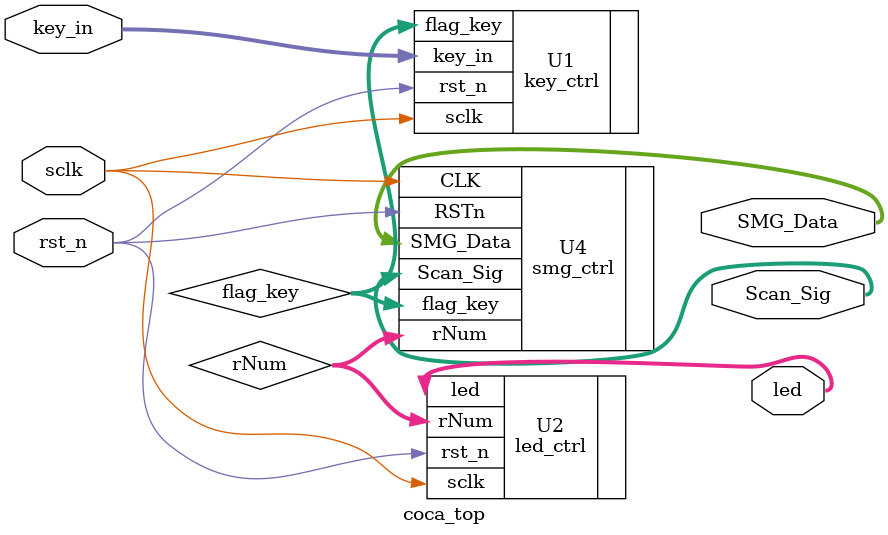
<source format=v>
module	coca_top(
input		wire					sclk,
input		wire					rst_n,
input  [3:0] 					key_in,

output [7:0]SMG_Data,
output [5:0]Scan_Sig,
output	wire[3:0]			led
);
wire[3:0] 		flag_key	;		
wire[23:0]		rNum;

//key_ctrlÀý»¯
key_ctrl	U1(
.sclk			(sclk			)	,
.rst_n		(rst_n		)	,
.key_in		(key_in		)	,
.flag_key	(flag_key	)	
);

//led_ctrlÀý»¯
led_ctrl	U2(
.sclk			(sclk		),
.rst_n		(rst_n	),
.rNum			(rNum		),
.led	    (led	  )
);


//ÊýÂë¹ÜÀý»¯
smg_ctrl	U4(
.CLK			(sclk			),           
.RSTn			(rst_n		), 
.flag_key	(flag_key	),
.rNum			(rNum		),        
.SMG_Data	(SMG_Data ),
.Scan_Sig (Scan_Sig )
);

endmodule

</source>
